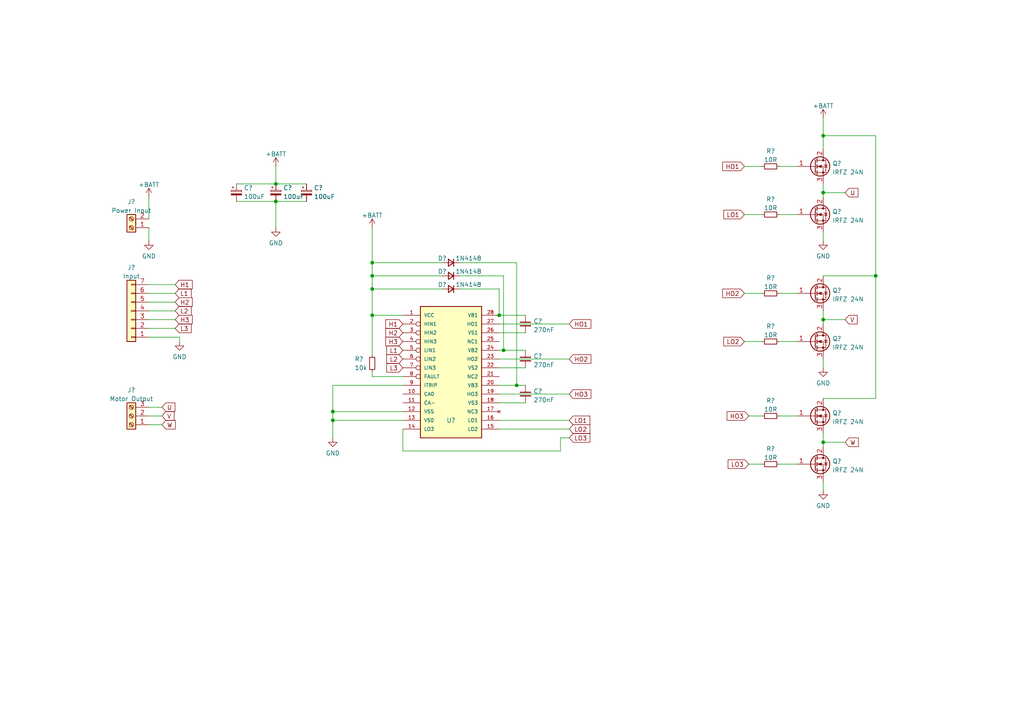
<source format=kicad_sch>
(kicad_sch (version 20211123) (generator eeschema)
  (paper "A4")
  (lib_symbols
    (symbol "Connector:Screw_Terminal_01x02" (pin_names (offset 1.016) hide)
      (property "Reference" "J" (at 0 2.54 0))
      (property "Value" "Screw_Terminal_01x02" (at 0 -5.08 0))
      (symbol "Screw_Terminal_01x02_1_1"
        (rectangle (start -1.27 1.27) (end 1.27 -3.81) (stroke (width 0.254)) (fill (type background)))
        (circle (center 0 -2.54) (radius 0.635) (stroke (width 0.1524)))
        (polyline (pts (xy -0.5334 -2.2098) (xy 0.3302 -3.048)) (stroke (width 0.1524)))
        (polyline (pts (xy -0.5334 0.3302) (xy 0.3302 -0.508)) (stroke (width 0.1524)))
        (polyline (pts (xy -0.3556 -2.032) (xy 0.508 -2.8702)) (stroke (width 0.1524)))
        (polyline (pts (xy -0.3556 0.508) (xy 0.508 -0.3302)) (stroke (width 0.1524)))
        (circle (center 0 0) (radius 0.635) (stroke (width 0.1524)))
        (pin passive line (at -5.08 0 0) (length 3.81) (name "Pin_1") (number "1"))
        (pin passive line (at -5.08 -2.54 0) (length 3.81) (name "Pin_2") (number "2"))
      )
    )
    (symbol "Connector:Screw_Terminal_01x03" (pin_names (offset 1.016) hide)
      (property "Reference" "J" (at 0 5.08 0))
      (property "Value" "Screw_Terminal_01x03" (at 0 -5.08 0))
      (symbol "Screw_Terminal_01x03_1_1"
        (rectangle (start -1.27 3.81) (end 1.27 -3.81) (stroke (width 0.254)) (fill (type background)))
        (circle (center 0 -2.54) (radius 0.635) (stroke (width 0.1524)))
        (polyline (pts (xy -0.5334 -2.2098) (xy 0.3302 -3.048)) (stroke (width 0.1524)))
        (polyline (pts (xy -0.5334 0.3302) (xy 0.3302 -0.508)) (stroke (width 0.1524)))
        (polyline (pts (xy -0.5334 2.8702) (xy 0.3302 2.032)) (stroke (width 0.1524)))
        (polyline (pts (xy -0.3556 -2.032) (xy 0.508 -2.8702)) (stroke (width 0.1524)))
        (polyline (pts (xy -0.3556 0.508) (xy 0.508 -0.3302)) (stroke (width 0.1524)))
        (polyline (pts (xy -0.3556 3.048) (xy 0.508 2.2098)) (stroke (width 0.1524)))
        (circle (center 0 0) (radius 0.635) (stroke (width 0.1524)))
        (circle (center 0 2.54) (radius 0.635) (stroke (width 0.1524)))
        (pin passive line (at -5.08 2.54 0) (length 3.81) (name "Pin_1") (number "1"))
        (pin passive line (at -5.08 0 0) (length 3.81) (name "Pin_2") (number "2"))
        (pin passive line (at -5.08 -2.54 0) (length 3.81) (name "Pin_3") (number "3"))
      )
    )
    (symbol "Connector_Generic:Conn_01x07" (pin_names (offset 1.016) hide)
      (property "Reference" "J" (at 0 10.16 0))
      (property "Value" "Conn_01x07" (at 0 -10.16 0))
      (symbol "Conn_01x07_1_1"
        (rectangle (start -1.27 -7.493) (end 0 -7.747) (stroke (width 0.1524)))
        (rectangle (start -1.27 -4.953) (end 0 -5.207) (stroke (width 0.1524)))
        (rectangle (start -1.27 -2.413) (end 0 -2.667) (stroke (width 0.1524)))
        (rectangle (start -1.27 0.127) (end 0 -0.127) (stroke (width 0.1524)))
        (rectangle (start -1.27 2.667) (end 0 2.413) (stroke (width 0.1524)))
        (rectangle (start -1.27 5.207) (end 0 4.953) (stroke (width 0.1524)))
        (rectangle (start -1.27 7.747) (end 0 7.493) (stroke (width 0.1524)))
        (rectangle (start -1.27 8.89) (end 1.27 -8.89) (stroke (width 0.254)) (fill (type background)))
        (pin passive line (at -5.08 7.62 0) (length 3.81) (name "Pin_1") (number "1"))
        (pin passive line (at -5.08 5.08 0) (length 3.81) (name "Pin_2") (number "2"))
        (pin passive line (at -5.08 2.54 0) (length 3.81) (name "Pin_3") (number "3"))
        (pin passive line (at -5.08 0 0) (length 3.81) (name "Pin_4") (number "4"))
        (pin passive line (at -5.08 -2.54 0) (length 3.81) (name "Pin_5") (number "5"))
        (pin passive line (at -5.08 -5.08 0) (length 3.81) (name "Pin_6") (number "6"))
        (pin passive line (at -5.08 -7.62 0) (length 3.81) (name "Pin_7") (number "7"))
      )
    )
    (symbol "Device:C_Polarized_Small" (pin_numbers hide) (pin_names (offset 0.254) hide)
      (property "Reference" "C" (at 0.254 1.778 0))
      (property "Value" "C_Polarized_Small" (at 0.254 -2.032 0))
      (symbol "C_Polarized_Small_0_1"
        (rectangle (start -1.524 -0.3048) (end 1.524 -0.6858) (fill (type outline)))
        (rectangle (start -1.524 0.6858) (end 1.524 0.3048))
        (polyline (pts (xy -1.27 1.524) (xy -0.762 1.524)))
        (polyline (pts (xy -1.016 1.27) (xy -1.016 1.778)))
      )
      (symbol "C_Polarized_Small_1_1"
        (pin passive line (at 0 2.54 270) (length 1.8542) (name "~") (number "1"))
        (pin passive line (at 0 -2.54 90) (length 1.8542) (name "~") (number "2"))
      )
    )
    (symbol "Device:C_Small" (pin_numbers hide) (pin_names (offset 0.254) hide)
      (property "Reference" "C" (at 0.254 1.778 0))
      (property "Value" "C_Small" (at 0.254 -2.032 0))
      (symbol "C_Small_0_1"
        (polyline (pts (xy -1.524 -0.508) (xy 1.524 -0.508)) (stroke (width 0.3302)))
        (polyline (pts (xy -1.524 0.508) (xy 1.524 0.508)) (stroke (width 0.3048)))
      )
      (symbol "C_Small_1_1"
        (pin passive line (at 0 2.54 270) (length 2.032) (name "~") (number "1"))
        (pin passive line (at 0 -2.54 90) (length 2.032) (name "~") (number "2"))
      )
    )
    (symbol "Device:D_Small" (pin_numbers hide) (pin_names (offset 0.254) hide)
      (property "Reference" "D" (at -1.27 2.032 0))
      (property "Value" "D_Small" (at -3.81 -2.032 0))
      (symbol "D_Small_0_1"
        (polyline (pts (xy -0.762 -1.016) (xy -0.762 1.016)) (stroke (width 0.254)))
        (polyline (pts (xy -0.762 0) (xy 0.762 0)))
        (polyline (pts (xy 0.762 -1.016) (xy -0.762 0) (xy 0.762 1.016) (xy 0.762 -1.016)) (stroke (width 0.254)))
      )
      (symbol "D_Small_1_1"
        (pin passive line (at -2.54 0 0) (length 1.778) (name "K") (number "1"))
        (pin passive line (at 2.54 0 180) (length 1.778) (name "A") (number "2"))
      )
    )
    (symbol "Device:R_Small" (pin_numbers hide) (pin_names (offset 0.254) hide)
      (property "Reference" "R" (at 0.762 0.508 0))
      (property "Value" "R_Small" (at 0.762 -1.016 0))
      (symbol "R_Small_0_1"
        (rectangle (start -0.762 1.778) (end 0.762 -1.778) (stroke (width 0.2032)))
      )
      (symbol "R_Small_1_1"
        (pin passive line (at 0 2.54 270) (length 0.762) (name "~") (number "1"))
        (pin passive line (at 0 -2.54 90) (length 0.762) (name "~") (number "2"))
      )
    )
    (symbol "IR2130:IR2130" (pin_names (offset 1.016))
      (property "Reference" "U" (at -7.62 27.9908 0))
      (symbol "IR2130_0_0"
        (rectangle (start -7.62 -12.7) (end 10.16 25.4) (stroke (width 0.254)) (fill (type background)))
        (pin bidirectional line (at -12.7 22.86 0) (length 5.08) (name "VCC") (number "1"))
        (pin bidirectional line (at -12.7 0 0) (length 5.08) (name "CA0") (number "10"))
        (pin bidirectional line (at -12.7 -2.54 0) (length 5.08) (name "CA-") (number "11"))
        (pin bidirectional line (at -12.7 -5.08 0) (length 5.08) (name "VSS") (number "12"))
        (pin bidirectional line (at -12.7 -7.62 0) (length 5.08) (name "VS0") (number "13"))
        (pin bidirectional line (at -12.7 -10.16 0) (length 5.08) (name "LO3") (number "14"))
        (pin bidirectional line (at 15.24 -10.16 180) (length 5.08) (name "LO2") (number "15"))
        (pin bidirectional line (at 15.24 -7.62 180) (length 5.08) (name "LO1") (number "16"))
        (pin no_connect line (at 15.24 -5.08 180) (length 5.08) (name "NC3") (number "17"))
        (pin bidirectional line (at 15.24 -2.54 180) (length 5.08) (name "VS3") (number "18"))
        (pin bidirectional line (at 15.24 0 180) (length 5.08) (name "HO3") (number "19"))
        (pin bidirectional inverted (at -12.7 20.32 0) (length 5.08) (name "HIN1") (number "2"))
        (pin bidirectional line (at 15.24 2.54 180) (length 5.08) (name "VB3") (number "20"))
        (pin bidirectional line (at 15.24 5.08 180) (length 5.08) (name "NC2") (number "21"))
        (pin bidirectional line (at 15.24 7.62 180) (length 5.08) (name "VS2") (number "22"))
        (pin bidirectional line (at 15.24 10.16 180) (length 5.08) (name "HO2") (number "23"))
        (pin bidirectional line (at 15.24 12.7 180) (length 5.08) (name "VB2") (number "24"))
        (pin bidirectional line (at 15.24 15.24 180) (length 5.08) (name "NC1") (number "25"))
        (pin bidirectional line (at 15.24 17.78 180) (length 5.08) (name "VS1") (number "26"))
        (pin bidirectional line (at 15.24 20.32 180) (length 5.08) (name "HO1") (number "27"))
        (pin bidirectional line (at 15.24 22.86 180) (length 5.08) (name "VB1") (number "28"))
        (pin bidirectional inverted (at -12.7 17.78 0) (length 5.08) (name "HIN2") (number "3"))
        (pin bidirectional inverted (at -12.7 15.24 0) (length 5.08) (name "HIN3") (number "4"))
        (pin bidirectional inverted (at -12.7 12.7 0) (length 5.08) (name "LIN1") (number "5"))
        (pin bidirectional inverted (at -12.7 10.16 0) (length 5.08) (name "LIN2") (number "6"))
        (pin bidirectional inverted (at -12.7 7.62 0) (length 5.08) (name "LIN3") (number "7"))
        (pin bidirectional inverted (at -12.7 5.08 0) (length 5.08) (name "FAULT") (number "8"))
        (pin bidirectional line (at -12.7 2.54 0) (length 5.08) (name "ITRIP") (number "9"))
      )
    )
    (symbol "Transistor_FET:IRF740" (pin_names hide)
      (property "Reference" "Q" (at 6.35 1.905 0))
      (property "Value" "IRF740" (at 6.35 0 0))
      (symbol "IRF740_0_1"
        (polyline (pts (xy 0.254 0) (xy -2.54 0)))
        (polyline (pts (xy 0.254 1.905) (xy 0.254 -1.905)) (stroke (width 0.254)))
        (polyline (pts (xy 0.762 -1.27) (xy 0.762 -2.286)) (stroke (width 0.254)))
        (polyline (pts (xy 0.762 0.508) (xy 0.762 -0.508)) (stroke (width 0.254)))
        (polyline (pts (xy 0.762 2.286) (xy 0.762 1.27)) (stroke (width 0.254)))
        (polyline (pts (xy 2.54 2.54) (xy 2.54 1.778)))
        (polyline (pts (xy 2.54 -2.54) (xy 2.54 0) (xy 0.762 0)))
        (polyline (pts (xy 0.762 -1.778) (xy 3.302 -1.778) (xy 3.302 1.778) (xy 0.762 1.778)))
        (polyline (pts (xy 1.016 0) (xy 2.032 0.381) (xy 2.032 -0.381) (xy 1.016 0)) (fill (type outline)))
        (polyline (pts (xy 2.794 0.508) (xy 2.921 0.381) (xy 3.683 0.381) (xy 3.81 0.254)))
        (polyline (pts (xy 3.302 0.381) (xy 2.921 -0.254) (xy 3.683 -0.254) (xy 3.302 0.381)))
        (circle (center 1.651 0) (radius 2.794) (stroke (width 0.254)))
        (circle (center 2.54 -1.778) (radius 0.254) (fill (type outline)))
        (circle (center 2.54 1.778) (radius 0.254) (fill (type outline)))
      )
      (symbol "IRF740_1_1"
        (pin input line (at -5.08 0 0) (length 2.54) (name "G") (number "1"))
        (pin passive line (at 2.54 5.08 270) (length 2.54) (name "D") (number "2"))
        (pin passive line (at 2.54 -5.08 90) (length 2.54) (name "S") (number "3"))
      )
    )
    (symbol "power:+BATT" (power) (pin_names (offset 0))
      (property "Value" "+BATT" (at 0 3.556 0))
      (symbol "+BATT_0_1"
        (polyline (pts (xy -0.762 1.27) (xy 0 2.54)))
        (polyline (pts (xy 0 0) (xy 0 2.54)))
        (polyline (pts (xy 0 2.54) (xy 0.762 1.27)))
      )
      (symbol "+BATT_1_1"
        (pin power_in line (at 0 0 90) (length 0) hide (name "+BATT") (number "1"))
      )
    )
    (symbol "power:GND" (power) (pin_names (offset 0))
      (property "Value" "GND" (at 0 -3.81 0))
      (symbol "GND_0_1"
        (polyline (pts (xy 0 0) (xy 0 -1.27) (xy 1.27 -1.27) (xy 0 -2.54) (xy -1.27 -1.27) (xy 0 -1.27)))
      )
      (symbol "GND_1_1"
        (pin power_in line (at 0 0 270) (length 0) hide (name "GND") (number "1"))
      )
    )
  )
  (junction (at 146.05 101.6))
  (junction (at 96.52 121.92))
  (junction (at 238.76 55.88))
  (junction (at 80.01 53.34))
  (junction (at 107.95 83.82))
  (junction (at 254 80.01))
  (junction (at 238.76 39.37))
  (junction (at 80.01 58.42))
  (junction (at 238.76 128.27))
  (junction (at 107.95 91.44))
  (junction (at 238.76 92.71))
  (junction (at 149.86 111.76))
  (junction (at 96.52 119.38))
  (junction (at 107.95 80.01))
  (junction (at 144.78 91.44))
  (junction (at 107.95 76.2))
  (wire (pts (xy 80.01 53.34) (xy 88.9 53.34)))
  (wire (pts (xy 144.78 124.46) (xy 165.1 124.46)))
  (wire (pts (xy 226.06 48.26) (xy 231.14 48.26)))
  (wire (pts (xy 107.95 109.22) (xy 107.95 107.95)))
  (wire (pts (xy 80.01 58.42) (xy 80.01 66.04)))
  (wire (pts (xy 226.06 120.65) (xy 231.14 120.65)))
  (wire (pts (xy 43.18 123.19) (xy 46.99 123.19)))
  (wire (pts (xy 107.95 83.82) (xy 107.95 91.44)))
  (wire (pts (xy 217.17 134.62) (xy 220.98 134.62)))
  (wire (pts (xy 238.76 90.17) (xy 238.76 92.71)))
  (wire (pts (xy 52.07 97.79) (xy 52.07 99.06)))
  (wire (pts (xy 165.1 114.3) (xy 144.78 114.3)))
  (wire (pts (xy 43.18 66.04) (xy 43.18 69.85)))
  (wire (pts (xy 133.35 80.01) (xy 146.05 80.01)))
  (wire (pts (xy 238.76 80.01) (xy 254 80.01)))
  (wire (pts (xy 226.06 62.23) (xy 231.14 62.23)))
  (wire (pts (xy 43.18 118.11) (xy 46.99 118.11)))
  (wire (pts (xy 43.18 120.65) (xy 46.99 120.65)))
  (wire (pts (xy 217.17 120.65) (xy 220.98 120.65)))
  (wire (pts (xy 144.78 104.14) (xy 165.1 104.14)))
  (wire (pts (xy 238.76 55.88) (xy 238.76 57.15)))
  (wire (pts (xy 43.18 97.79) (xy 52.07 97.79)))
  (wire (pts (xy 107.95 80.01) (xy 107.95 83.82)))
  (wire (pts (xy 144.78 111.76) (xy 149.86 111.76)))
  (wire (pts (xy 226.06 99.06) (xy 231.14 99.06)))
  (wire (pts (xy 238.76 128.27) (xy 245.11 128.27)))
  (wire (pts (xy 215.9 85.09) (xy 220.98 85.09)))
  (wire (pts (xy 107.95 91.44) (xy 116.84 91.44)))
  (wire (pts (xy 238.76 115.57) (xy 254 115.57)))
  (wire (pts (xy 149.86 111.76) (xy 152.4 111.76)))
  (wire (pts (xy 43.18 82.55) (xy 50.8 82.55)))
  (wire (pts (xy 116.84 109.22) (xy 107.95 109.22)))
  (wire (pts (xy 146.05 101.6) (xy 152.4 101.6)))
  (wire (pts (xy 238.76 67.31) (xy 238.76 69.85)))
  (wire (pts (xy 43.18 85.09) (xy 50.8 85.09)))
  (wire (pts (xy 215.9 62.23) (xy 220.98 62.23)))
  (wire (pts (xy 96.52 121.92) (xy 116.84 121.92)))
  (wire (pts (xy 128.27 83.82) (xy 107.95 83.82)))
  (wire (pts (xy 68.58 53.34) (xy 80.01 53.34)))
  (wire (pts (xy 238.76 92.71) (xy 238.76 93.98)))
  (wire (pts (xy 226.06 134.62) (xy 231.14 134.62)))
  (wire (pts (xy 254 115.57) (xy 254 80.01)))
  (wire (pts (xy 238.76 139.7) (xy 238.76 142.24)))
  (wire (pts (xy 146.05 80.01) (xy 146.05 101.6)))
  (wire (pts (xy 144.78 116.84) (xy 152.4 116.84)))
  (wire (pts (xy 96.52 121.92) (xy 96.52 119.38)))
  (wire (pts (xy 238.76 55.88) (xy 245.11 55.88)))
  (wire (pts (xy 107.95 80.01) (xy 128.27 80.01)))
  (wire (pts (xy 107.95 91.44) (xy 107.95 102.87)))
  (wire (pts (xy 43.18 57.15) (xy 43.18 63.5)))
  (wire (pts (xy 149.86 76.2) (xy 149.86 111.76)))
  (wire (pts (xy 96.52 127) (xy 96.52 121.92)))
  (wire (pts (xy 107.95 66.04) (xy 107.95 76.2)))
  (wire (pts (xy 162.56 127) (xy 165.1 127)))
  (wire (pts (xy 116.84 130.81) (xy 162.56 130.81)))
  (wire (pts (xy 43.18 90.17) (xy 50.8 90.17)))
  (wire (pts (xy 43.18 95.25) (xy 50.8 95.25)))
  (wire (pts (xy 238.76 92.71) (xy 245.11 92.71)))
  (wire (pts (xy 238.76 104.14) (xy 238.76 106.68)))
  (wire (pts (xy 96.52 111.76) (xy 116.84 111.76)))
  (wire (pts (xy 133.35 83.82) (xy 144.78 83.82)))
  (wire (pts (xy 68.58 58.42) (xy 80.01 58.42)))
  (wire (pts (xy 238.76 53.34) (xy 238.76 55.88)))
  (wire (pts (xy 43.18 87.63) (xy 50.8 87.63)))
  (wire (pts (xy 238.76 39.37) (xy 254 39.37)))
  (wire (pts (xy 238.76 128.27) (xy 238.76 129.54)))
  (wire (pts (xy 133.35 76.2) (xy 149.86 76.2)))
  (wire (pts (xy 144.78 83.82) (xy 144.78 91.44)))
  (wire (pts (xy 96.52 119.38) (xy 96.52 111.76)))
  (wire (pts (xy 238.76 39.37) (xy 238.76 43.18)))
  (wire (pts (xy 238.76 125.73) (xy 238.76 128.27)))
  (wire (pts (xy 107.95 76.2) (xy 128.27 76.2)))
  (wire (pts (xy 215.9 48.26) (xy 220.98 48.26)))
  (wire (pts (xy 215.9 99.06) (xy 220.98 99.06)))
  (wire (pts (xy 144.78 93.98) (xy 165.1 93.98)))
  (wire (pts (xy 144.78 101.6) (xy 146.05 101.6)))
  (wire (pts (xy 144.78 106.68) (xy 152.4 106.68)))
  (wire (pts (xy 254 39.37) (xy 254 80.01)))
  (wire (pts (xy 144.78 96.52) (xy 152.4 96.52)))
  (wire (pts (xy 226.06 85.09) (xy 231.14 85.09)))
  (wire (pts (xy 144.78 91.44) (xy 152.4 91.44)))
  (wire (pts (xy 116.84 124.46) (xy 116.84 130.81)))
  (wire (pts (xy 162.56 130.81) (xy 162.56 127)))
  (wire (pts (xy 144.78 121.92) (xy 165.1 121.92)))
  (wire (pts (xy 43.18 92.71) (xy 50.8 92.71)))
  (wire (pts (xy 80.01 48.26) (xy 80.01 53.34)))
  (wire (pts (xy 107.95 76.2) (xy 107.95 80.01)))
  (wire (pts (xy 80.01 58.42) (xy 88.9 58.42)))
  (wire (pts (xy 96.52 119.38) (xy 116.84 119.38)))
  (wire (pts (xy 238.76 34.29) (xy 238.76 39.37)))
  (global_label "H2" (shape input) (at 116.84 96.52 180) (property "Intersheet References" "${INTERSHEET_REFS}" (effects hide)))
  (global_label "W" (shape input) (at 46.99 123.19 0) (property "Intersheet References" "${INTERSHEET_REFS}" (effects hide)))
  (global_label "HO1" (shape input) (at 215.9 48.26 180) (property "Intersheet References" "${INTERSHEET_REFS}" (effects hide)))
  (global_label "W" (shape input) (at 245.11 128.27 0) (property "Intersheet References" "${INTERSHEET_REFS}" (effects hide)))
  (global_label "L2" (shape input) (at 50.8 90.17 0) (property "Intersheet References" "${INTERSHEET_REFS}" (effects hide)))
  (global_label "H1" (shape input) (at 50.8 82.55 0) (property "Intersheet References" "${INTERSHEET_REFS}" (effects hide)))
  (global_label "U" (shape input) (at 46.99 118.11 0) (property "Intersheet References" "${INTERSHEET_REFS}" (effects hide)))
  (global_label "HO2" (shape input) (at 165.1 104.14 0) (property "Intersheet References" "${INTERSHEET_REFS}" (effects hide)))
  (global_label "L1" (shape input) (at 116.84 101.6 180) (property "Intersheet References" "${INTERSHEET_REFS}" (effects hide)))
  (global_label "HO2" (shape input) (at 215.9 85.09 180) (property "Intersheet References" "${INTERSHEET_REFS}" (effects hide)))
  (global_label "L3" (shape input) (at 50.8 95.25 0) (property "Intersheet References" "${INTERSHEET_REFS}" (effects hide)))
  (global_label "LO2" (shape input) (at 165.1 124.46 0) (property "Intersheet References" "${INTERSHEET_REFS}" (effects hide)))
  (global_label "U" (shape input) (at 245.11 55.88 0) (property "Intersheet References" "${INTERSHEET_REFS}" (effects hide)))
  (global_label "HO3" (shape input) (at 217.17 120.65 180) (property "Intersheet References" "${INTERSHEET_REFS}" (effects hide)))
  (global_label "LO1" (shape input) (at 215.9 62.23 180) (property "Intersheet References" "${INTERSHEET_REFS}" (effects hide)))
  (global_label "V" (shape input) (at 245.11 92.71 0) (property "Intersheet References" "${INTERSHEET_REFS}" (effects hide)))
  (global_label "HO1" (shape input) (at 165.1 93.98 0) (property "Intersheet References" "${INTERSHEET_REFS}" (effects hide)))
  (global_label "H3" (shape input) (at 50.8 92.71 0) (property "Intersheet References" "${INTERSHEET_REFS}" (effects hide)))
  (global_label "H1" (shape input) (at 116.84 93.98 180) (property "Intersheet References" "${INTERSHEET_REFS}" (effects hide)))
  (global_label "LO1" (shape input) (at 165.1 121.92 0) (property "Intersheet References" "${INTERSHEET_REFS}" (effects hide)))
  (global_label "L3" (shape input) (at 116.84 106.68 180) (property "Intersheet References" "${INTERSHEET_REFS}" (effects hide)))
  (global_label "LO3" (shape input) (at 217.17 134.62 180) (property "Intersheet References" "${INTERSHEET_REFS}" (effects hide)))
  (global_label "LO3" (shape input) (at 165.1 127 0) (property "Intersheet References" "${INTERSHEET_REFS}" (effects hide)))
  (global_label "L2" (shape input) (at 116.84 104.14 180) (property "Intersheet References" "${INTERSHEET_REFS}" (effects hide)))
  (global_label "V" (shape input) (at 46.99 120.65 0) (property "Intersheet References" "${INTERSHEET_REFS}" (effects hide)))
  (global_label "H3" (shape input) (at 116.84 99.06 180) (property "Intersheet References" "${INTERSHEET_REFS}" (effects hide)))
  (global_label "HO3" (shape input) (at 165.1 114.3 0) (property "Intersheet References" "${INTERSHEET_REFS}" (effects hide)))
  (global_label "L1" (shape input) (at 50.8 85.09 0) (property "Intersheet References" "${INTERSHEET_REFS}" (effects hide)))
  (global_label "H2" (shape input) (at 50.8 87.63 0) (property "Intersheet References" "${INTERSHEET_REFS}" (effects hide)))
  (global_label "LO2" (shape input) (at 215.9 99.06 180) (property "Intersheet References" "${INTERSHEET_REFS}" (effects hide)))
  (symbol (lib_id "power:+BATT") (at 107.95 66.04 0) (unit 1)
    (property "Reference" "#PWR?" (effects hide))
    (property "Value" "+BATT" (at 107.95 62.4642 0))
  )
  (symbol (lib_id "power:GND") (at 96.52 127 0) (unit 1)
    (property "Reference" "#PWR?" (effects hide))
    (property "Value" "GND" (at 96.52 131.4434 0))
  )
  (symbol (lib_id "Device:R_Small") (at 223.52 85.09 90) (unit 1)
    (property "Reference" "R?" (at 223.52 80.6536 90))
    (property "Value" "10R" (at 223.52 83.1905 90))
    (property "Footprint" "Resistor_THT:R_Axial_DIN0204_L3.6mm_D1.6mm_P5.08mm_Horizontal" (effects hide))
  )
  (symbol (lib_id "Connector:Screw_Terminal_01x02") (at 38.1 66.04 180) (unit 1)
    (property "Reference" "J?" (at 38.1 58.5302 0))
    (property "Value" "Power Input" (at 38.1 61.0671 0))
    (property "Footprint" "Connector:Banana_Jack_2Pin" (effects hide))
  )
  (symbol (lib_id "power:+BATT") (at 80.01 48.26 0) (unit 1)
    (property "Reference" "#PWR?" (effects hide))
    (property "Value" "+BATT" (at 80.01 44.6842 0))
  )
  (symbol (lib_id "power:+BATT") (at 238.76 34.29 0) (unit 1)
    (property "Reference" "#PWR?" (effects hide))
    (property "Value" "+BATT" (at 238.76 30.7142 0))
  )
  (symbol (lib_id "Device:R_Small") (at 223.52 62.23 90) (unit 1)
    (property "Reference" "R?" (at 223.52 57.7936 90))
    (property "Value" "10R" (at 223.52 60.3305 90))
    (property "Footprint" "Resistor_THT:R_Axial_DIN0204_L3.6mm_D1.6mm_P5.08mm_Horizontal" (effects hide))
  )
  (symbol (lib_id "power:GND") (at 52.07 99.06 0) (unit 1)
    (property "Reference" "#PWR?" (effects hide))
    (property "Value" "GND" (at 52.07 103.5034 0))
  )
  (symbol (lib_id "IR2130:IR2130") (at 129.54 114.3 0) (unit 1)
    (property "Reference" "U?" (at 130.81 121.92 0))
    (property "Value" "IR2130" (effects hide))
    (property "Footprint" "Package_DIP:DIP-28_W15.24mm_LongPads" (effects hide))
  )
  (symbol (lib_id "Connector:Screw_Terminal_01x03") (at 38.1 120.65 180) (unit 1)
    (property "Reference" "J?" (at 38.1 113.1402 0))
    (property "Value" "Motor Output" (at 38.1 115.6771 0))
    (property "Footprint" "Connector:Banana_Jack_3Pin" (effects hide))
  )
  (symbol (lib_id "Transistor_FET:IRF740") (at 236.22 48.26 0) (unit 1)
    (property "Reference" "Q?" (at 241.427 47.4253 0) (effects (justify left)))
    (property "Value" "IRFZ 24N" (at 241.427 49.9622 0) (effects (justify left)))
    (property "Footprint" "Package_TO_SOT_THT:TO-220-3_Vertical" (effects hide))
    (property "Datasheet" "http://www.vishay.com/docs/91054/91054.pdf" (effects hide))
  )
  (symbol (lib_id "Transistor_FET:IRF740") (at 236.22 120.65 0) (unit 1)
    (property "Reference" "Q?" (at 241.427 119.8153 0) (effects (justify left)))
    (property "Value" "IRFZ 24N" (at 241.427 122.3522 0) (effects (justify left)))
    (property "Footprint" "Package_TO_SOT_THT:TO-220-3_Vertical" (effects hide))
    (property "Datasheet" "http://www.vishay.com/docs/91054/91054.pdf" (effects hide))
  )
  (symbol (lib_id "power:GND") (at 238.76 142.24 0) (unit 1)
    (property "Reference" "#PWR?" (effects hide))
    (property "Value" "GND" (at 238.76 146.6834 0))
  )
  (symbol (lib_id "Device:R_Small") (at 223.52 120.65 90) (unit 1)
    (property "Reference" "R?" (at 223.52 116.2136 90))
    (property "Value" "10R" (at 223.52 118.7505 90))
    (property "Footprint" "Resistor_THT:R_Axial_DIN0204_L3.6mm_D1.6mm_P5.08mm_Horizontal" (effects hide))
  )
  (symbol (lib_id "Device:C_Small") (at 152.4 104.14 0) (unit 1)
    (property "Reference" "C?" (at 154.7241 103.3116 0) (effects (justify left)))
    (property "Value" "270nF" (at 154.7241 105.8485 0) (effects (justify left)))
    (property "Footprint" "Capacitor_THT:CP_Radial_Tantal_D4.5mm_P2.50mm" (effects hide))
  )
  (symbol (lib_id "power:GND") (at 80.01 66.04 0) (unit 1)
    (property "Reference" "#PWR?" (effects hide))
    (property "Value" "GND" (at 80.01 70.4834 0))
  )
  (symbol (lib_id "Device:D_Small") (at 130.81 83.82 180) (unit 1)
    (property "Reference" "D?" (at 128.27 82.55 0))
    (property "Value" "1N4148" (at 135.89 82.55 0))
    (property "Footprint" "Diode_THT:D_5W_P10.16mm_Horizontal" (effects hide))
  )
  (symbol (lib_id "power:GND") (at 238.76 106.68 0) (unit 1)
    (property "Reference" "#PWR?" (effects hide))
    (property "Value" "GND" (at 238.76 111.1234 0))
  )
  (symbol (lib_id "Device:R_Small") (at 223.52 99.06 90) (unit 1)
    (property "Reference" "R?" (at 223.52 94.6236 90))
    (property "Value" "10R" (at 223.52 97.1605 90))
    (property "Footprint" "Resistor_THT:R_Axial_DIN0204_L3.6mm_D1.6mm_P5.08mm_Horizontal" (effects hide))
  )
  (symbol (lib_id "Device:R_Small") (at 107.95 105.41 0) (unit 1)
    (property "Reference" "R?" (at 102.87 104.14 0) (effects (justify left)))
    (property "Value" "10k" (at 102.87 106.68 0) (effects (justify left)))
    (property "Footprint" "Resistor_THT:R_Axial_DIN0204_L3.6mm_D1.6mm_P5.08mm_Horizontal" (effects hide))
  )
  (symbol (lib_id "Device:D_Small") (at 130.81 80.01 180) (unit 1)
    (property "Reference" "D?" (at 128.27 78.74 0))
    (property "Value" "1N4148" (at 135.89 78.74 0))
    (property "Footprint" "Diode_THT:D_5W_P10.16mm_Horizontal" (effects hide))
  )
  (symbol (lib_id "power:GND") (at 238.76 69.85 0) (unit 1)
    (property "Reference" "#PWR?" (effects hide))
    (property "Value" "GND" (at 238.76 74.2934 0))
  )
  (symbol (lib_id "Transistor_FET:IRF740") (at 236.22 99.06 0) (unit 1)
    (property "Reference" "Q?" (at 241.427 98.2253 0) (effects (justify left)))
    (property "Value" "IRFZ 24N" (at 241.427 100.7622 0) (effects (justify left)))
    (property "Footprint" "Package_TO_SOT_THT:TO-220-3_Vertical" (effects hide))
    (property "Datasheet" "http://www.vishay.com/docs/91054/91054.pdf" (effects hide))
  )
  (symbol (lib_id "Device:R_Small") (at 223.52 48.26 90) (unit 1)
    (property "Reference" "R?" (at 223.52 43.8236 90))
    (property "Value" "10R" (at 223.52 46.3605 90))
    (property "Footprint" "Resistor_THT:R_Axial_DIN0204_L3.6mm_D1.6mm_P5.08mm_Horizontal" (effects hide))
  )
  (symbol (lib_id "Device:C_Polarized_Small") (at 68.58 55.88 0) (unit 1)
    (property "Reference" "C?" (at 70.739 54.4992 0) (effects (justify left)))
    (property "Value" "100uF" (at 70.739 57.0361 0) (effects (justify left)))
    (property "Footprint" "Capacitor_THT:CP_Radial_D8.0mm_P2.50mm" (effects hide))
  )
  (symbol (lib_id "power:+BATT") (at 43.18 57.15 0) (unit 1)
    (property "Reference" "#PWR?" (effects hide))
    (property "Value" "+BATT" (at 43.18 53.5742 0))
  )
  (symbol (lib_id "Device:C_Polarized_Small") (at 88.9 55.88 0) (unit 1)
    (property "Reference" "C?" (at 91.059 54.4992 0) (effects (justify left)))
    (property "Value" "100uF" (at 91.059 57.0361 0) (effects (justify left)))
    (property "Footprint" "Capacitor_THT:CP_Radial_D8.0mm_P2.50mm" (effects hide))
  )
  (symbol (lib_id "Device:C_Small") (at 152.4 93.98 0) (unit 1)
    (property "Reference" "C?" (at 154.7241 93.1516 0) (effects (justify left)))
    (property "Value" "270nF" (at 154.7241 95.6885 0) (effects (justify left)))
    (property "Footprint" "Capacitor_THT:CP_Radial_Tantal_D4.5mm_P2.50mm" (effects hide))
  )
  (symbol (lib_id "Device:R_Small") (at 223.52 134.62 90) (unit 1)
    (property "Reference" "R?" (at 223.52 130.1836 90))
    (property "Value" "10R" (at 223.52 132.7205 90))
    (property "Footprint" "Resistor_THT:R_Axial_DIN0204_L3.6mm_D1.6mm_P5.08mm_Horizontal" (effects hide))
  )
  (symbol (lib_id "Connector_Generic:Conn_01x07") (at 38.1 90.17 180) (unit 1)
    (property "Reference" "J?" (at 38.1 77.5802 0))
    (property "Value" "Input" (at 38.1 80.1171 0))
    (property "Footprint" "Connector_PinHeader_2.54mm:PinHeader_1x07_P2.54mm_Vertical" (effects hide))
  )
  (symbol (lib_id "Transistor_FET:IRF740") (at 236.22 62.23 0) (unit 1)
    (property "Reference" "Q?" (at 241.427 61.3953 0) (effects (justify left)))
    (property "Value" "IRFZ 24N" (at 241.427 63.9322 0) (effects (justify left)))
    (property "Footprint" "Package_TO_SOT_THT:TO-220-3_Vertical" (effects hide))
    (property "Datasheet" "http://www.vishay.com/docs/91054/91054.pdf" (effects hide))
  )
  (symbol (lib_id "power:GND") (at 43.18 69.85 0) (unit 1)
    (property "Reference" "#PWR?" (effects hide))
    (property "Value" "GND" (at 43.18 74.2934 0))
  )
  (symbol (lib_id "Transistor_FET:IRF740") (at 236.22 85.09 0) (unit 1)
    (property "Reference" "Q?" (at 241.427 84.2553 0) (effects (justify left)))
    (property "Value" "IRFZ 24N" (at 241.427 86.7922 0) (effects (justify left)))
    (property "Footprint" "Package_TO_SOT_THT:TO-220-3_Vertical" (effects hide))
    (property "Datasheet" "http://www.vishay.com/docs/91054/91054.pdf" (effects hide))
  )
  (symbol (lib_id "Transistor_FET:IRF740") (at 236.22 134.62 0) (unit 1)
    (property "Reference" "Q?" (at 241.427 133.7853 0) (effects (justify left)))
    (property "Value" "IRFZ 24N" (at 241.427 136.3222 0) (effects (justify left)))
    (property "Footprint" "Package_TO_SOT_THT:TO-220-3_Vertical" (effects hide))
    (property "Datasheet" "http://www.vishay.com/docs/91054/91054.pdf" (effects hide))
  )
  (symbol (lib_id "Device:C_Small") (at 152.4 114.3 0) (unit 1)
    (property "Reference" "C?" (at 154.7241 113.4716 0) (effects (justify left)))
    (property "Value" "270nF" (at 154.7241 116.0085 0) (effects (justify left)))
    (property "Footprint" "Capacitor_THT:CP_Radial_Tantal_D4.5mm_P2.50mm" (effects hide))
  )
  (symbol (lib_id "Device:D_Small") (at 130.81 76.2 180) (unit 1)
    (property "Reference" "D?" (at 128.27 74.93 0))
    (property "Value" "1N4148" (at 135.89 74.93 0))
    (property "Footprint" "Diode_THT:D_5W_P10.16mm_Horizontal" (effects hide))
  )
  (symbol (lib_id "Device:C_Polarized_Small") (at 80.01 55.88 0) (unit 1)
    (property "Reference" "C?" (at 82.169 54.4992 0) (effects (justify left)))
    (property "Value" "100uF" (at 82.169 57.0361 0) (effects (justify left)))
    (property "Footprint" "Capacitor_THT:CP_Radial_D8.0mm_P2.50mm" (effects hide))
  )
)
</source>
